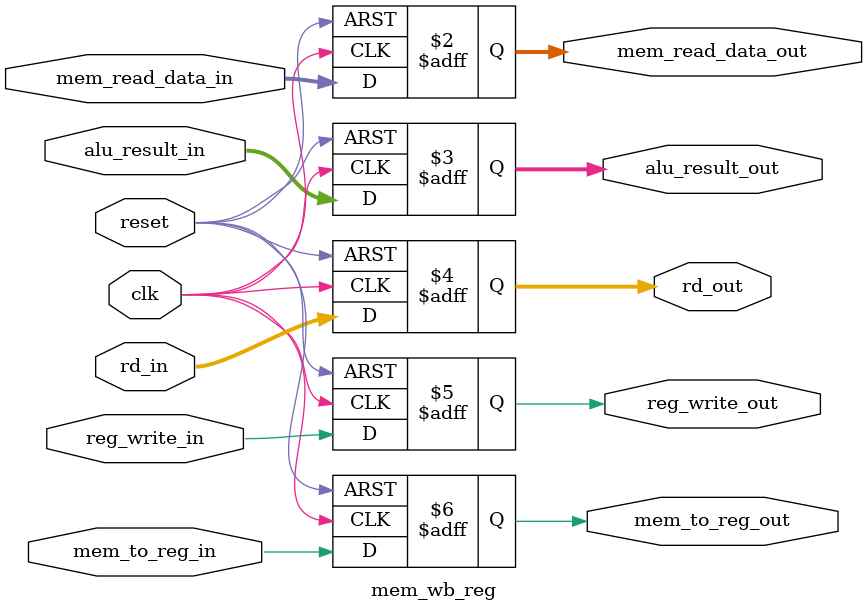
<source format=v>
`timescale 1ns / 1ps

module mem_wb_reg (
    input  wire        clk,
    input  wire        reset,

    // -------- Data inputs from MEM stage --------
    input  wire [31:0] mem_read_data_in,
    input  wire [31:0] alu_result_in,
    input  wire [4:0]  rd_in,

    // -------- Control inputs from MEM stage --------
    input  wire        reg_write_in,
    input  wire        mem_to_reg_in,

    // -------- Data outputs to WB stage --------
    output reg  [31:0] mem_read_data_out,
    output reg  [31:0] alu_result_out,
    output reg  [4:0]  rd_out,

    // -------- Control outputs to WB stage --------
    output reg        reg_write_out,
    output reg        mem_to_reg_out
);

    always @(posedge clk or posedge reset) begin
        if (reset) begin
            // Data
            mem_read_data_out <= 32'b0;
            alu_result_out    <= 32'b0;
            rd_out            <= 5'b0;

            // Control
            reg_write_out     <= 1'b0;
            mem_to_reg_out    <= 1'b0;
        end else begin
            // Data
            mem_read_data_out <= mem_read_data_in;
            alu_result_out    <= alu_result_in;
            rd_out            <= rd_in;

            // Control
            reg_write_out     <= reg_write_in;
            mem_to_reg_out    <= mem_to_reg_in;
        end
    end

endmodule

</source>
